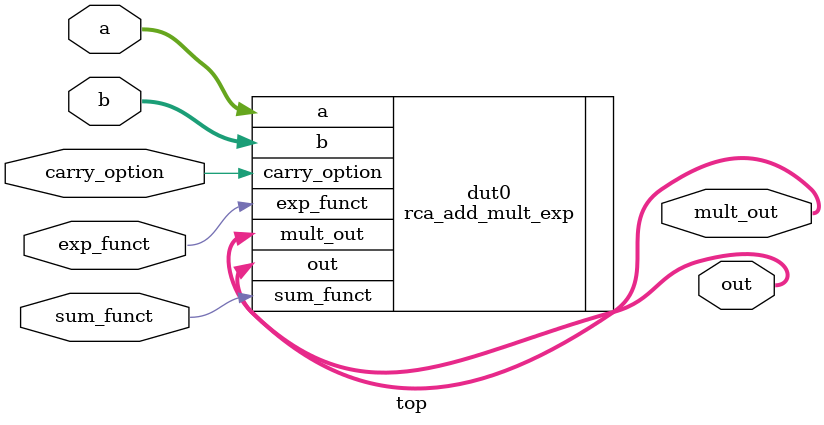
<source format=v>
module top #( parameter DATA_WIDTH = 32) (
    input sum_funct,
    input exp_funct,
    input carry_option,
    input [DATA_WIDTH-1:0] a,
    input [DATA_WIDTH-1:0] b,
    output [DATA_WIDTH-1:0] out,
    output [2*DATA_WIDTH-1:0] mult_out
);

    rca_add_mult_exp #(DATA_WIDTH) dut0(
        .sum_funct(sum_funct),
        .exp_funct(exp_funct),
        .carry_option(carry_option),
        .a(a),
        .b(b),
        .out(out),
        .mult_out(mult_out)
    );

endmodule
</source>
